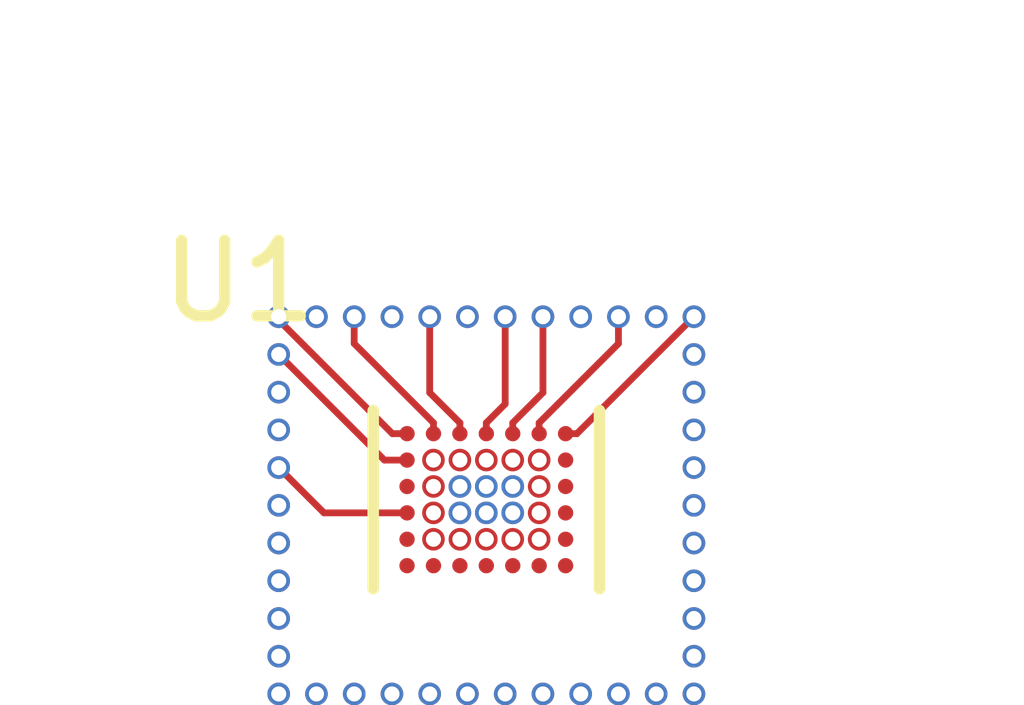
<source format=kicad_pcb>
(kicad_pcb (version 20211014) (generator pcbnew)
  (layers (0 "F.Cu" signal) (1 "In1.Cu" signal) (2 "In2.Cu" signal) (3 "In3.Cu" signal) (4 "In4.Cu" signal) (31 "B.Cu" signal) (34 "B.Paste" user) (35 "F.Paste" user) (36 "B.SilkS" user "B.Silkscreen") (37 "F.SilkS" user "F.Silkscreen") (38 "B.Mask" user) (39 "F.Mask" user) (44 "Edge.Cuts" user))
  (net 0 "")
  (net 1 "unconnected-(U1-PadA1)")
  (net 2 "unconnected-(U1-PadA2)")
  (net 3 "unconnected-(U1-PadA3)")
  (net 4 "unconnected-(U1-PadA4)")
  (net 5 "unconnected-(U1-PadA5)")
  (net 6 "unconnected-(U1-PadA6)")
  (net 7 "unconnected-(U1-PadA7)")
  (net 8 "unconnected-(U1-PadB1)")
  (net 9 "unconnected-(U1-PadB2)")
  (net 10 "unconnected-(U1-PadB3)")
  (net 11 "unconnected-(U1-PadB4)")
  (net 12 "unconnected-(U1-PadB5)")
  (net 13 "unconnected-(U1-PadB6)")
  (net 14 "unconnected-(U1-PadB7)")
  (net 16 "unconnected-(U1-PadC2)")
  (net 17 "unconnected-(U1-PadC3)")
  (net 18 "unconnected-(U1-PadC4)")
  (net 19 "unconnected-(U1-PadC5)")
  (net 20 "unconnected-(U1-PadC6)")
  (net 22 "unconnected-(U1-PadD1)")
  (net 23 "unconnected-(U1-PadD2)")
  (net 24 "unconnected-(U1-PadD3)")
  (net 25 "unconnected-(U1-PadD4)")
  (net 26 "unconnected-(U1-PadD5)")
  (net 27 "unconnected-(U1-PadD6)")
  (net 29 "unconnected-(U1-PadE1)")
  (net 30 "unconnected-(U1-PadE2)")
  (net 31 "unconnected-(U1-PadE3)")
  (net 32 "unconnected-(U1-PadE4)")
  (net 33 "unconnected-(U1-PadE5)")
  (net 34 "unconnected-(U1-PadE6)")
  (footprint "ADAU1787:CB-42-2_ADI-L" (layer "F.Cu") (at 171.5 105.175)
    (fp_text reference "U1" (at -3.2744 -2.892 unlocked) (layer "F.SilkS"))
    (fp_text value "ADAU1787BCBZRL")
    (fp_line (start 1.4986 1.1811) (end 1.4986 -1.1811) (layer "F.SilkS") (width 0.1524))
    (fp_line (start -1.4986 -1.1811) (end -1.4986 1.1811) (layer "F.SilkS") (width 0.1524))
    (pad "A1" smd circle (at -1.05 -0.875) (size 0.2032 0.2032) (layers "F.Cu" "F.Paste" "F.Mask") (net 1 "unconnected-(U1-PadA1)"))
    (pad "A2" smd circle (at -0.7 -0.875) (size 0.2032 0.2032) (layers "F.Cu" "F.Paste" "F.Mask") (net 2 "unconnected-(U1-PadA2)"))
    (pad "A3" smd circle (at -0.35 -0.875) (size 0.2032 0.2032) (layers "F.Cu" "F.Paste" "F.Mask") (net 3 "unconnected-(U1-PadA3)"))
    (pad "A4" smd circle (at 0 -0.875) (size 0.2032 0.2032) (layers "F.Cu" "F.Paste" "F.Mask") (net 4 "unconnected-(U1-PadA4)"))
    (pad "A5" smd circle (at 0.35 -0.875) (size 0.2032 0.2032) (layers "F.Cu" "F.Paste" "F.Mask") (net 5 "unconnected-(U1-PadA5)"))
    (pad "A6" smd circle (at 0.7 -0.875) (size 0.2032 0.2032) (layers "F.Cu" "F.Paste" "F.Mask") (net 6 "unconnected-(U1-PadA6)"))
    (pad "A7" smd circle (at 1.05 -0.875) (size 0.2032 0.2032) (layers "F.Cu" "F.Paste" "F.Mask") (net 7 "unconnected-(U1-PadA7)"))
    (pad "B1" smd circle (at -1.05 -0.525) (size 0.2032 0.2032) (layers "F.Cu" "F.Paste" "F.Mask") (net 8 "unconnected-(U1-PadB1)"))
    (pad "B2" smd circle (at -0.7 -0.525) (size 0.2032 0.2032) (layers "F.Cu" "F.Paste" "F.Mask") (net 9 "unconnected-(U1-PadB2)"))
    (pad "B3" smd circle (at -0.35 -0.525) (size 0.2032 0.2032) (layers "F.Cu" "F.Paste" "F.Mask") (net 10 "unconnected-(U1-PadB3)"))
    (pad "B4" smd circle (at 0 -0.525) (size 0.2032 0.2032) (layers "F.Cu" "F.Paste" "F.Mask") (net 11 "unconnected-(U1-PadB4)"))
    (pad "B5" smd circle (at 0.35 -0.525) (size 0.2032 0.2032) (layers "F.Cu" "F.Paste" "F.Mask") (net 12 "unconnected-(U1-PadB5)"))
    (pad "B6" smd circle (at 0.7 -0.525) (size 0.2032 0.2032) (layers "F.Cu" "F.Paste" "F.Mask") (net 13 "unconnected-(U1-PadB6)"))
    (pad "B7" smd circle (at 1.05 -0.525) (size 0.2032 0.2032) (layers "F.Cu" "F.Paste" "F.Mask") (net 14 "unconnected-(U1-PadB7)"))
    (pad "C1" smd circle (at -1.05 -0.175) (size 0.2032 0.2032) (layers "F.Cu" "F.Paste" "F.Mask"))
    (pad "C2" smd circle (at -0.7 -0.175) (size 0.2032 0.2032) (layers "F.Cu" "F.Paste" "F.Mask") (net 16 "unconnected-(U1-PadC2)"))
    (pad "C3" smd circle (at -0.35 -0.175) (size 0.2032 0.2032) (layers "F.Cu" "F.Paste" "F.Mask") (net 17 "unconnected-(U1-PadC3)"))
    (pad "C4" smd circle (at 0 -0.175) (size 0.2032 0.2032) (layers "F.Cu" "F.Paste" "F.Mask") (net 18 "unconnected-(U1-PadC4)"))
    (pad "C5" smd circle (at 0.35 -0.175) (size 0.2032 0.2032) (layers "F.Cu" "F.Paste" "F.Mask") (net 19 "unconnected-(U1-PadC5)"))
    (pad "C6" smd circle (at 0.7 -0.175) (size 0.2032 0.2032) (layers "F.Cu" "F.Paste" "F.Mask") (net 20 "unconnected-(U1-PadC6)"))
    (pad "C7" smd circle (at 1.05 -0.175) (size 0.2032 0.2032) (layers "F.Cu" "F.Paste" "F.Mask"))
    (pad "D1" smd circle (at -1.05 0.175) (size 0.2032 0.2032) (layers "F.Cu" "F.Paste" "F.Mask") (net 22 "unconnected-(U1-PadD1)"))
    (pad "D2" smd circle (at -0.7 0.175) (size 0.2032 0.2032) (layers "F.Cu" "F.Paste" "F.Mask") (net 23 "unconnected-(U1-PadD2)"))
    (pad "D3" smd circle (at -0.35 0.175) (size 0.2032 0.2032) (layers "F.Cu" "F.Paste" "F.Mask") (net 24 "unconnected-(U1-PadD3)"))
    (pad "D4" smd circle (at 0 0.175) (size 0.2032 0.2032) (layers "F.Cu" "F.Paste" "F.Mask") (net 25 "unconnected-(U1-PadD4)"))
    (pad "D5" smd circle (at 0.35 0.175) (size 0.2032 0.2032) (layers "F.Cu" "F.Paste" "F.Mask") (net 26 "unconnected-(U1-PadD5)"))
    (pad "D6" smd circle (at 0.7 0.175) (size 0.2032 0.2032) (layers "F.Cu" "F.Paste" "F.Mask") (net 27 "unconnected-(U1-PadD6)"))
    (pad "D7" smd circle (at 1.05 0.175) (size 0.2032 0.2032) (layers "F.Cu" "F.Paste" "F.Mask"))
    (pad "E1" smd circle (at -1.05 0.525) (size 0.2032 0.2032) (layers "F.Cu" "F.Paste" "F.Mask") (net 29 "unconnected-(U1-PadE1)"))
    (pad "E2" smd circle (at -0.7 0.525) (size 0.2032 0.2032) (layers "F.Cu" "F.Paste" "F.Mask") (net 30 "unconnected-(U1-PadE2)"))
    (pad "E3" smd circle (at -0.35 0.525) (size 0.2032 0.2032) (layers "F.Cu" "F.Paste" "F.Mask") (net 31 "unconnected-(U1-PadE3)"))
    (pad "E4" smd circle (at 0 0.525) (size 0.2032 0.2032) (layers "F.Cu" "F.Paste" "F.Mask") (net 32 "unconnected-(U1-PadE4)"))
    (pad "E5" smd circle (at 0.35 0.525) (size 0.2032 0.2032) (layers "F.Cu" "F.Paste" "F.Mask") (net 33 "unconnected-(U1-PadE5)"))
    (pad "E6" smd circle (at 0.7 0.525) (size 0.2032 0.2032) (layers "F.Cu" "F.Paste" "F.Mask") (net 34 "unconnected-(U1-PadE6)"))
    (pad "E7" smd circle (at 1.05 0.525) (size 0.2032 0.2032) (layers "F.Cu" "F.Paste" "F.Mask"))
    (pad "F1" smd circle (at -1.05 0.875) (size 0.2032 0.2032) (layers "F.Cu" "F.Paste" "F.Mask"))
    (pad "F2" smd circle (at -0.7 0.875) (size 0.2032 0.2032) (layers "F.Cu" "F.Paste" "F.Mask"))
    (pad "F3" smd circle (at -0.35 0.875) (size 0.2032 0.2032) (layers "F.Cu" "F.Paste" "F.Mask"))
    (pad "F4" smd circle (at 0 0.875) (size 0.2032 0.2032) (layers "F.Cu" "F.Paste" "F.Mask"))
    (pad "F5" smd circle (at 0.35 0.875) (size 0.2032 0.2032) (layers "F.Cu" "F.Paste" "F.Mask"))
    (pad "F6" smd circle (at 0.7 0.875) (size 0.2032 0.2032) (layers "F.Cu" "F.Paste" "F.Mask"))
    (pad "F7" smd circle (at 1.05 0.875) (size 0.2032 0.2032) (layers "F.Cu" "F.Paste" "F.Mask"))
  )
  (via (at 172.25 107.75) (size 0.3) (drill 0.2) (layers "F.Cu" "B.Cu") (net 0))
  (via (at 174.25 103.75) (size 0.3) (drill 0.2) (layers "F.Cu" "B.Cu") (net 0))
  (via (at 171.25 107.75) (size 0.3) (drill 0.2) (layers "F.Cu" "B.Cu") (net 0))
  (via (at 174.25 107.75) (size 0.3) (drill 0.2) (layers "F.Cu" "B.Cu") (net 0))
  (via (at 170.25 107.75) (size 0.3) (drill 0.2) (layers "F.Cu" "B.Cu") (net 0))
  (via (at 171.75 107.75) (size 0.3) (drill 0.2) (layers "F.Cu" "B.Cu") (net 0))
  (via (at 174.25 104.25) (size 0.3) (drill 0.2) (layers "F.Cu" "B.Cu") (net 0))
  (via (at 173.75 107.75) (size 0.3) (drill 0.2) (layers "F.Cu" "B.Cu") (net 0))
  (via (at 174.25 105.75) (size 0.3) (drill 0.2) (layers "F.Cu" "B.Cu") (net 0))
  (via (at 172.75 107.75) (size 0.3) (drill 0.2) (layers "F.Cu" "B.Cu") (net 0))
  (via (at 174.25 105.25) (size 0.3) (drill 0.2) (layers "F.Cu" "B.Cu") (net 0))
  (via (at 168.75 107.25) (size 0.3) (drill 0.2) (layers "F.Cu" "B.Cu") (net 0))
  (via (at 168.75 107.75) (size 0.3) (drill 0.2) (layers "F.Cu" "B.Cu") (net 0))
  (via (at 174.25 104.75) (size 0.3) (drill 0.2) (layers "F.Cu" "B.Cu") (net 0))
  (via (at 170.75 107.75) (size 0.3) (drill 0.2) (layers "F.Cu" "B.Cu") (net 0))
  (via (at 174.25 106.25) (size 0.3) (drill 0.2) (layers "F.Cu" "B.Cu") (net 0))
  (via (at 174.25 106.75) (size 0.3) (drill 0.2) (layers "F.Cu" "B.Cu") (net 0))
  (via (at 169.75 107.75) (size 0.3) (drill 0.2) (layers "F.Cu" "B.Cu") (net 0))
  (via (at 173.25 107.75) (size 0.3) (drill 0.2) (layers "F.Cu" "B.Cu") (net 0))
  (via (at 174.25 107.25) (size 0.3) (drill 0.2) (layers "F.Cu" "B.Cu") (net 0))
  (via (at 169.25 107.75) (size 0.3) (drill 0.2) (layers "F.Cu" "B.Cu") (net 0))
  (segment (start 170.255377 104.3) (end 168.75 102.794623) (width 0.09) (layer "F.Cu") (net 1))
  (segment (start 168.75 102.794623) (end 168.75 102.75) (width 0.09) (layer "F.Cu") (net 1))
  (segment (start 170.45 104.3) (end 170.255377 104.3) (width 0.09) (layer "F.Cu") (net 1))
  (via (at 168.75 102.75) (size 0.3) (drill 0.2) (layers "F.Cu" "B.Cu") (net 1))
  (segment (start 170.8 104.156316) (end 169.75 103.106316) (width 0.09) (layer "F.Cu") (net 2))
  (segment (start 170.8 104.3) (end 170.8 104.156316) (width 0.09) (layer "F.Cu") (net 2))
  (segment (start 169.75 103.106316) (end 169.75 102.75) (width 0.09) (layer "F.Cu") (net 2))
  (via (at 169.75 102.75) (size 0.3) (drill 0.2) (layers "F.Cu" "B.Cu") (net 2))
  (segment (start 170.75 103.756316) (end 170.75 102.75) (width 0.09) (layer "F.Cu") (net 3))
  (segment (start 171.15 104.156316) (end 170.75 103.756316) (width 0.09) (layer "F.Cu") (net 3))
  (segment (start 171.15 104.3) (end 171.15 104.156316) (width 0.09) (layer "F.Cu") (net 3))
  (via (at 170.75 102.75) (size 0.3) (drill 0.2) (layers "F.Cu" "B.Cu") (net 3))
  (segment (start 171.75 103.906316) (end 171.75 102.75) (width 0.09) (layer "F.Cu") (net 4))
  (segment (start 171.5 104.3) (end 171.5 104.156316) (width 0.09) (layer "F.Cu") (net 4))
  (segment (start 171.5 104.156316) (end 171.75 103.906316) (width 0.09) (layer "F.Cu") (net 4))
  (via (at 171.75 102.75) (size 0.3) (drill 0.2) (layers "F.Cu" "B.Cu") (net 4))
  (segment (start 171.85 104.3) (end 171.85 104.156316) (width 0.09) (layer "F.Cu") (net 5))
  (segment (start 172.25 103.756316) (end 172.25 102.75) (width 0.09) (layer "F.Cu") (net 5))
  (segment (start 171.85 104.156316) (end 172.25 103.756316) (width 0.09) (layer "F.Cu") (net 5))
  (via (at 172.25 102.75) (size 0.3) (drill 0.2) (layers "F.Cu" "B.Cu") (net 5))
  (segment (start 172.2 104.3) (end 172.2 104.156316) (width 0.09) (layer "F.Cu") (net 6))
  (segment (start 172.2 104.156316) (end 173.25 103.106316) (width 0.09) (layer "F.Cu") (net 6))
  (segment (start 173.25 103.106316) (end 173.25 102.75) (width 0.09) (layer "F.Cu") (net 6))
  (via (at 173.25 102.75) (size 0.3) (drill 0.2) (layers "F.Cu" "B.Cu") (net 6))
  (segment (start 172.55 104.3) (end 172.7 104.3) (width 0.09) (layer "F.Cu") (net 7))
  (segment (start 172.7 104.3) (end 174.25 102.75) (width 0.09) (layer "F.Cu") (net 7))
  (via (at 174.25 102.75) (size 0.3) (drill 0.2) (layers "F.Cu" "B.Cu") (net 7))
  (segment (start 170.45 104.65) (end 170.15 104.65) (width 0.09) (layer "F.Cu") (net 8))
  (segment (start 170.15 104.65) (end 168.75 103.25) (width 0.09) (layer "F.Cu") (net 8))
  (via (at 168.75 103.25) (size 0.3) (drill 0.2) (layers "F.Cu" "B.Cu") (net 8))
  (via (at 169.25 102.75) (size 0.3) (drill 0.2) (layers "F.Cu" "B.Cu") (net 9))
  (via micro (at 170.8 104.65) (size 0.3) (drill 0.2) (layers "F.Cu" "In1.Cu") (remove_unused_layers) (net 9))
  (via (at 170.25 102.75) (size 0.3) (drill 0.2) (layers "F.Cu" "B.Cu") (net 10))
  (via micro (at 171.15 104.65) (size 0.3) (drill 0.2) (layers "F.Cu" "In1.Cu") (net 10))
  (via (at 171.25 102.75) (size 0.3) (drill 0.2) (layers "F.Cu" "B.Cu") (net 11))
  (via micro (at 171.5 104.65) (size 0.3) (drill 0.2) (layers "F.Cu" "In1.Cu") (net 11))
  (via micro (at 171.85 104.65) (size 0.3) (drill 0.2) (layers "F.Cu" "In1.Cu") (net 12))
  (via (at 172.75 102.75) (size 0.3) (drill 0.2) (layers "F.Cu" "B.Cu") (net 12))
  (via (at 173.75 102.75) (size 0.3) (drill 0.2) (layers "F.Cu" "B.Cu") (net 13))
  (via micro (at 172.2 104.65) (size 0.3) (drill 0.2) (layers "F.Cu" "In1.Cu") (net 13))
  (via (at 174.25 103.25) (size 0.3) (drill 0.2) (layers "F.Cu" "B.Cu") (net 14))
  (via (at 168.75 104.25) (size 0.3) (drill 0.2) (layers "F.Cu" "B.Cu") (net 16))
  (via micro (at 170.8 105) (size 0.3) (drill 0.2) (layers "F.Cu" "In1.Cu") (net 16))
  (via (at 168.75 103.75) (size 0.3) (drill 0.2) (layers "F.Cu" "B.Cu") (net 17))
  (via micro (at 171.15 105) (size 0.3) (drill 0.2) (layers "F.Cu" "B.Cu") (net 17))
  (via micro (at 171.5 105) (size 0.3) (drill 0.2) (layers "F.Cu" "B.Cu") (net 18))
  (via micro (at 171.85 105) (size 0.3) (drill 0.2) (layers "F.Cu" "B.Cu") (net 19))
  (via micro (at 172.2 105) (size 0.3) (drill 0.2) (layers "F.Cu" "In1.Cu") (net 20))
  (segment (start 170.45 105.35) (end 169.35 105.35) (width 0.09) (layer "F.Cu") (net 22))
  (segment (start 169.35 105.35) (end 168.75 104.75) (width 0.09) (layer "F.Cu") (net 22))
  (via (at 168.75 104.75) (size 0.3) (drill 0.2) (layers "F.Cu" "B.Cu") (net 22))
  (via (at 168.75 105.75) (size 0.3) (drill 0.2) (layers "F.Cu" "B.Cu") (net 23))
  (via micro (at 170.8 105.35) (size 0.3) (drill 0.2) (layers "F.Cu" "In1.Cu") (net 23))
  (via (at 168.75 105.25) (size 0.3) (drill 0.2) (layers "F.Cu" "B.Cu") (net 24))
  (via micro (at 171.15 105.35) (size 0.3) (drill 0.2) (layers "F.Cu" "B.Cu") (net 24))
  (via (at 168.75 106.25) (size 0.3) (drill 0.2) (layers "F.Cu" "B.Cu") (net 25))
  (via micro (at 171.5 105.35) (size 0.3) (drill 0.2) (layers "F.Cu" "B.Cu") (net 25))
  (via micro (at 171.85 105.35) (size 0.3) (drill 0.2) (layers "F.Cu" "B.Cu") (net 26))
  (via micro (at 172.2 105.35) (size 0.3) (drill 0.2) (layers "F.Cu" "In1.Cu") (net 27))
  (via (at 168.75 106.75) (size 0.3) (drill 0.2) (layers "F.Cu" "B.Cu") (net 29))
  (via micro (at 170.8 105.7) (size 0.3) (drill 0.2) (layers "F.Cu" "In1.Cu") (net 30))
  (via micro (at 171.15 105.7) (size 0.3) (drill 0.2) (layers "F.Cu" "In1.Cu") (net 31))
  (via micro (at 171.5 105.7) (size 0.3) (drill 0.2) (layers "F.Cu" "In1.Cu") (net 32))
  (via micro (at 171.85 105.7) (size 0.3) (drill 0.2) (layers "F.Cu" "In1.Cu") (net 33))
  (via micro (at 172.2 105.7) (size 0.3) (drill 0.2) (layers "F.Cu" "In1.Cu") (net 34))
)
</source>
